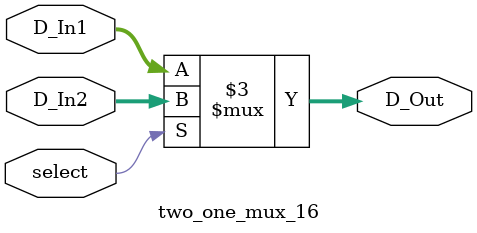
<source format=sv>
module two_one_mux_16(	input logic [2:0] D_In1, D_In2,
								input logic select,
								output logic [2:0] D_Out
					);
						
	always_comb
	begin
		D_Out = (~select) ? D_In1 : D_In2;
	end	
			
endmodule
</source>
